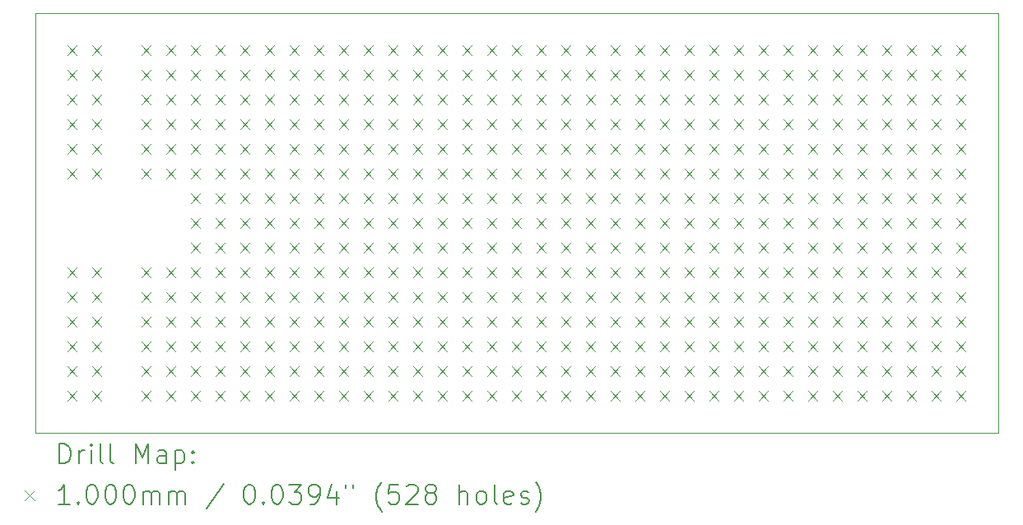
<source format=gbr>
%TF.GenerationSoftware,KiCad,Pcbnew,(6.0.9)*%
%TF.CreationDate,2022-11-21T20:36:19+01:00*%
%TF.ProjectId,PMOD proto board,504d4f44-2070-4726-9f74-6f20626f6172,V1.0*%
%TF.SameCoordinates,Original*%
%TF.FileFunction,Drillmap*%
%TF.FilePolarity,Positive*%
%FSLAX45Y45*%
G04 Gerber Fmt 4.5, Leading zero omitted, Abs format (unit mm)*
G04 Created by KiCad (PCBNEW (6.0.9)) date 2022-11-21 20:36:19*
%MOMM*%
%LPD*%
G01*
G04 APERTURE LIST*
%ADD10C,0.100000*%
%ADD11C,0.200000*%
G04 APERTURE END LIST*
D10*
X16891000Y-14859000D02*
X26797000Y-14859000D01*
X26797000Y-14859000D02*
X26797000Y-10541000D01*
X16891000Y-10541000D02*
X16891000Y-14859000D01*
X26797000Y-10541000D02*
X16891000Y-10541000D01*
D11*
D10*
X17222000Y-10872000D02*
X17322000Y-10972000D01*
X17322000Y-10872000D02*
X17222000Y-10972000D01*
X17222000Y-11126000D02*
X17322000Y-11226000D01*
X17322000Y-11126000D02*
X17222000Y-11226000D01*
X17222000Y-11380000D02*
X17322000Y-11480000D01*
X17322000Y-11380000D02*
X17222000Y-11480000D01*
X17222000Y-11634000D02*
X17322000Y-11734000D01*
X17322000Y-11634000D02*
X17222000Y-11734000D01*
X17222000Y-11888000D02*
X17322000Y-11988000D01*
X17322000Y-11888000D02*
X17222000Y-11988000D01*
X17222000Y-12142000D02*
X17322000Y-12242000D01*
X17322000Y-12142000D02*
X17222000Y-12242000D01*
X17222000Y-13158000D02*
X17322000Y-13258000D01*
X17322000Y-13158000D02*
X17222000Y-13258000D01*
X17222000Y-13412000D02*
X17322000Y-13512000D01*
X17322000Y-13412000D02*
X17222000Y-13512000D01*
X17222000Y-13666000D02*
X17322000Y-13766000D01*
X17322000Y-13666000D02*
X17222000Y-13766000D01*
X17222000Y-13920000D02*
X17322000Y-14020000D01*
X17322000Y-13920000D02*
X17222000Y-14020000D01*
X17222000Y-14174000D02*
X17322000Y-14274000D01*
X17322000Y-14174000D02*
X17222000Y-14274000D01*
X17222000Y-14428000D02*
X17322000Y-14528000D01*
X17322000Y-14428000D02*
X17222000Y-14528000D01*
X17476000Y-10872000D02*
X17576000Y-10972000D01*
X17576000Y-10872000D02*
X17476000Y-10972000D01*
X17476000Y-11126000D02*
X17576000Y-11226000D01*
X17576000Y-11126000D02*
X17476000Y-11226000D01*
X17476000Y-11380000D02*
X17576000Y-11480000D01*
X17576000Y-11380000D02*
X17476000Y-11480000D01*
X17476000Y-11634000D02*
X17576000Y-11734000D01*
X17576000Y-11634000D02*
X17476000Y-11734000D01*
X17476000Y-11888000D02*
X17576000Y-11988000D01*
X17576000Y-11888000D02*
X17476000Y-11988000D01*
X17476000Y-12142000D02*
X17576000Y-12242000D01*
X17576000Y-12142000D02*
X17476000Y-12242000D01*
X17476000Y-13158000D02*
X17576000Y-13258000D01*
X17576000Y-13158000D02*
X17476000Y-13258000D01*
X17476000Y-13412000D02*
X17576000Y-13512000D01*
X17576000Y-13412000D02*
X17476000Y-13512000D01*
X17476000Y-13666000D02*
X17576000Y-13766000D01*
X17576000Y-13666000D02*
X17476000Y-13766000D01*
X17476000Y-13920000D02*
X17576000Y-14020000D01*
X17576000Y-13920000D02*
X17476000Y-14020000D01*
X17476000Y-14174000D02*
X17576000Y-14274000D01*
X17576000Y-14174000D02*
X17476000Y-14274000D01*
X17476000Y-14428000D02*
X17576000Y-14528000D01*
X17576000Y-14428000D02*
X17476000Y-14528000D01*
X17984000Y-10872000D02*
X18084000Y-10972000D01*
X18084000Y-10872000D02*
X17984000Y-10972000D01*
X17984000Y-11126000D02*
X18084000Y-11226000D01*
X18084000Y-11126000D02*
X17984000Y-11226000D01*
X17984000Y-11380000D02*
X18084000Y-11480000D01*
X18084000Y-11380000D02*
X17984000Y-11480000D01*
X17984000Y-11634000D02*
X18084000Y-11734000D01*
X18084000Y-11634000D02*
X17984000Y-11734000D01*
X17984000Y-11888000D02*
X18084000Y-11988000D01*
X18084000Y-11888000D02*
X17984000Y-11988000D01*
X17984000Y-12142000D02*
X18084000Y-12242000D01*
X18084000Y-12142000D02*
X17984000Y-12242000D01*
X17984000Y-13158000D02*
X18084000Y-13258000D01*
X18084000Y-13158000D02*
X17984000Y-13258000D01*
X17984000Y-13412000D02*
X18084000Y-13512000D01*
X18084000Y-13412000D02*
X17984000Y-13512000D01*
X17984000Y-13666000D02*
X18084000Y-13766000D01*
X18084000Y-13666000D02*
X17984000Y-13766000D01*
X17984000Y-13920000D02*
X18084000Y-14020000D01*
X18084000Y-13920000D02*
X17984000Y-14020000D01*
X17984000Y-14174000D02*
X18084000Y-14274000D01*
X18084000Y-14174000D02*
X17984000Y-14274000D01*
X17984000Y-14428000D02*
X18084000Y-14528000D01*
X18084000Y-14428000D02*
X17984000Y-14528000D01*
X18238000Y-10872000D02*
X18338000Y-10972000D01*
X18338000Y-10872000D02*
X18238000Y-10972000D01*
X18238000Y-11126000D02*
X18338000Y-11226000D01*
X18338000Y-11126000D02*
X18238000Y-11226000D01*
X18238000Y-11380000D02*
X18338000Y-11480000D01*
X18338000Y-11380000D02*
X18238000Y-11480000D01*
X18238000Y-11634000D02*
X18338000Y-11734000D01*
X18338000Y-11634000D02*
X18238000Y-11734000D01*
X18238000Y-11888000D02*
X18338000Y-11988000D01*
X18338000Y-11888000D02*
X18238000Y-11988000D01*
X18238000Y-12142000D02*
X18338000Y-12242000D01*
X18338000Y-12142000D02*
X18238000Y-12242000D01*
X18238000Y-13158000D02*
X18338000Y-13258000D01*
X18338000Y-13158000D02*
X18238000Y-13258000D01*
X18238000Y-13412000D02*
X18338000Y-13512000D01*
X18338000Y-13412000D02*
X18238000Y-13512000D01*
X18238000Y-13666000D02*
X18338000Y-13766000D01*
X18338000Y-13666000D02*
X18238000Y-13766000D01*
X18238000Y-13920000D02*
X18338000Y-14020000D01*
X18338000Y-13920000D02*
X18238000Y-14020000D01*
X18238000Y-14174000D02*
X18338000Y-14274000D01*
X18338000Y-14174000D02*
X18238000Y-14274000D01*
X18238000Y-14428000D02*
X18338000Y-14528000D01*
X18338000Y-14428000D02*
X18238000Y-14528000D01*
X18492000Y-10872000D02*
X18592000Y-10972000D01*
X18592000Y-10872000D02*
X18492000Y-10972000D01*
X18492000Y-11126000D02*
X18592000Y-11226000D01*
X18592000Y-11126000D02*
X18492000Y-11226000D01*
X18492000Y-11380000D02*
X18592000Y-11480000D01*
X18592000Y-11380000D02*
X18492000Y-11480000D01*
X18492000Y-11634000D02*
X18592000Y-11734000D01*
X18592000Y-11634000D02*
X18492000Y-11734000D01*
X18492000Y-11888000D02*
X18592000Y-11988000D01*
X18592000Y-11888000D02*
X18492000Y-11988000D01*
X18492000Y-12142000D02*
X18592000Y-12242000D01*
X18592000Y-12142000D02*
X18492000Y-12242000D01*
X18492000Y-12396000D02*
X18592000Y-12496000D01*
X18592000Y-12396000D02*
X18492000Y-12496000D01*
X18492000Y-12650000D02*
X18592000Y-12750000D01*
X18592000Y-12650000D02*
X18492000Y-12750000D01*
X18492000Y-12904000D02*
X18592000Y-13004000D01*
X18592000Y-12904000D02*
X18492000Y-13004000D01*
X18492000Y-13158000D02*
X18592000Y-13258000D01*
X18592000Y-13158000D02*
X18492000Y-13258000D01*
X18492000Y-13412000D02*
X18592000Y-13512000D01*
X18592000Y-13412000D02*
X18492000Y-13512000D01*
X18492000Y-13666000D02*
X18592000Y-13766000D01*
X18592000Y-13666000D02*
X18492000Y-13766000D01*
X18492000Y-13920000D02*
X18592000Y-14020000D01*
X18592000Y-13920000D02*
X18492000Y-14020000D01*
X18492000Y-14174000D02*
X18592000Y-14274000D01*
X18592000Y-14174000D02*
X18492000Y-14274000D01*
X18492000Y-14428000D02*
X18592000Y-14528000D01*
X18592000Y-14428000D02*
X18492000Y-14528000D01*
X18746000Y-10872000D02*
X18846000Y-10972000D01*
X18846000Y-10872000D02*
X18746000Y-10972000D01*
X18746000Y-11126000D02*
X18846000Y-11226000D01*
X18846000Y-11126000D02*
X18746000Y-11226000D01*
X18746000Y-11380000D02*
X18846000Y-11480000D01*
X18846000Y-11380000D02*
X18746000Y-11480000D01*
X18746000Y-11634000D02*
X18846000Y-11734000D01*
X18846000Y-11634000D02*
X18746000Y-11734000D01*
X18746000Y-11888000D02*
X18846000Y-11988000D01*
X18846000Y-11888000D02*
X18746000Y-11988000D01*
X18746000Y-12142000D02*
X18846000Y-12242000D01*
X18846000Y-12142000D02*
X18746000Y-12242000D01*
X18746000Y-12396000D02*
X18846000Y-12496000D01*
X18846000Y-12396000D02*
X18746000Y-12496000D01*
X18746000Y-12650000D02*
X18846000Y-12750000D01*
X18846000Y-12650000D02*
X18746000Y-12750000D01*
X18746000Y-12904000D02*
X18846000Y-13004000D01*
X18846000Y-12904000D02*
X18746000Y-13004000D01*
X18746000Y-13158000D02*
X18846000Y-13258000D01*
X18846000Y-13158000D02*
X18746000Y-13258000D01*
X18746000Y-13412000D02*
X18846000Y-13512000D01*
X18846000Y-13412000D02*
X18746000Y-13512000D01*
X18746000Y-13666000D02*
X18846000Y-13766000D01*
X18846000Y-13666000D02*
X18746000Y-13766000D01*
X18746000Y-13920000D02*
X18846000Y-14020000D01*
X18846000Y-13920000D02*
X18746000Y-14020000D01*
X18746000Y-14174000D02*
X18846000Y-14274000D01*
X18846000Y-14174000D02*
X18746000Y-14274000D01*
X18746000Y-14428000D02*
X18846000Y-14528000D01*
X18846000Y-14428000D02*
X18746000Y-14528000D01*
X19000000Y-10872000D02*
X19100000Y-10972000D01*
X19100000Y-10872000D02*
X19000000Y-10972000D01*
X19000000Y-11126000D02*
X19100000Y-11226000D01*
X19100000Y-11126000D02*
X19000000Y-11226000D01*
X19000000Y-11380000D02*
X19100000Y-11480000D01*
X19100000Y-11380000D02*
X19000000Y-11480000D01*
X19000000Y-11634000D02*
X19100000Y-11734000D01*
X19100000Y-11634000D02*
X19000000Y-11734000D01*
X19000000Y-11888000D02*
X19100000Y-11988000D01*
X19100000Y-11888000D02*
X19000000Y-11988000D01*
X19000000Y-12142000D02*
X19100000Y-12242000D01*
X19100000Y-12142000D02*
X19000000Y-12242000D01*
X19000000Y-12396000D02*
X19100000Y-12496000D01*
X19100000Y-12396000D02*
X19000000Y-12496000D01*
X19000000Y-12650000D02*
X19100000Y-12750000D01*
X19100000Y-12650000D02*
X19000000Y-12750000D01*
X19000000Y-12904000D02*
X19100000Y-13004000D01*
X19100000Y-12904000D02*
X19000000Y-13004000D01*
X19000000Y-13158000D02*
X19100000Y-13258000D01*
X19100000Y-13158000D02*
X19000000Y-13258000D01*
X19000000Y-13412000D02*
X19100000Y-13512000D01*
X19100000Y-13412000D02*
X19000000Y-13512000D01*
X19000000Y-13666000D02*
X19100000Y-13766000D01*
X19100000Y-13666000D02*
X19000000Y-13766000D01*
X19000000Y-13920000D02*
X19100000Y-14020000D01*
X19100000Y-13920000D02*
X19000000Y-14020000D01*
X19000000Y-14174000D02*
X19100000Y-14274000D01*
X19100000Y-14174000D02*
X19000000Y-14274000D01*
X19000000Y-14428000D02*
X19100000Y-14528000D01*
X19100000Y-14428000D02*
X19000000Y-14528000D01*
X19254000Y-10872000D02*
X19354000Y-10972000D01*
X19354000Y-10872000D02*
X19254000Y-10972000D01*
X19254000Y-11126000D02*
X19354000Y-11226000D01*
X19354000Y-11126000D02*
X19254000Y-11226000D01*
X19254000Y-11380000D02*
X19354000Y-11480000D01*
X19354000Y-11380000D02*
X19254000Y-11480000D01*
X19254000Y-11634000D02*
X19354000Y-11734000D01*
X19354000Y-11634000D02*
X19254000Y-11734000D01*
X19254000Y-11888000D02*
X19354000Y-11988000D01*
X19354000Y-11888000D02*
X19254000Y-11988000D01*
X19254000Y-12142000D02*
X19354000Y-12242000D01*
X19354000Y-12142000D02*
X19254000Y-12242000D01*
X19254000Y-12396000D02*
X19354000Y-12496000D01*
X19354000Y-12396000D02*
X19254000Y-12496000D01*
X19254000Y-12650000D02*
X19354000Y-12750000D01*
X19354000Y-12650000D02*
X19254000Y-12750000D01*
X19254000Y-12904000D02*
X19354000Y-13004000D01*
X19354000Y-12904000D02*
X19254000Y-13004000D01*
X19254000Y-13158000D02*
X19354000Y-13258000D01*
X19354000Y-13158000D02*
X19254000Y-13258000D01*
X19254000Y-13412000D02*
X19354000Y-13512000D01*
X19354000Y-13412000D02*
X19254000Y-13512000D01*
X19254000Y-13666000D02*
X19354000Y-13766000D01*
X19354000Y-13666000D02*
X19254000Y-13766000D01*
X19254000Y-13920000D02*
X19354000Y-14020000D01*
X19354000Y-13920000D02*
X19254000Y-14020000D01*
X19254000Y-14174000D02*
X19354000Y-14274000D01*
X19354000Y-14174000D02*
X19254000Y-14274000D01*
X19254000Y-14428000D02*
X19354000Y-14528000D01*
X19354000Y-14428000D02*
X19254000Y-14528000D01*
X19508000Y-10872000D02*
X19608000Y-10972000D01*
X19608000Y-10872000D02*
X19508000Y-10972000D01*
X19508000Y-11126000D02*
X19608000Y-11226000D01*
X19608000Y-11126000D02*
X19508000Y-11226000D01*
X19508000Y-11380000D02*
X19608000Y-11480000D01*
X19608000Y-11380000D02*
X19508000Y-11480000D01*
X19508000Y-11634000D02*
X19608000Y-11734000D01*
X19608000Y-11634000D02*
X19508000Y-11734000D01*
X19508000Y-11888000D02*
X19608000Y-11988000D01*
X19608000Y-11888000D02*
X19508000Y-11988000D01*
X19508000Y-12142000D02*
X19608000Y-12242000D01*
X19608000Y-12142000D02*
X19508000Y-12242000D01*
X19508000Y-12396000D02*
X19608000Y-12496000D01*
X19608000Y-12396000D02*
X19508000Y-12496000D01*
X19508000Y-12650000D02*
X19608000Y-12750000D01*
X19608000Y-12650000D02*
X19508000Y-12750000D01*
X19508000Y-12904000D02*
X19608000Y-13004000D01*
X19608000Y-12904000D02*
X19508000Y-13004000D01*
X19508000Y-13158000D02*
X19608000Y-13258000D01*
X19608000Y-13158000D02*
X19508000Y-13258000D01*
X19508000Y-13412000D02*
X19608000Y-13512000D01*
X19608000Y-13412000D02*
X19508000Y-13512000D01*
X19508000Y-13666000D02*
X19608000Y-13766000D01*
X19608000Y-13666000D02*
X19508000Y-13766000D01*
X19508000Y-13920000D02*
X19608000Y-14020000D01*
X19608000Y-13920000D02*
X19508000Y-14020000D01*
X19508000Y-14174000D02*
X19608000Y-14274000D01*
X19608000Y-14174000D02*
X19508000Y-14274000D01*
X19508000Y-14428000D02*
X19608000Y-14528000D01*
X19608000Y-14428000D02*
X19508000Y-14528000D01*
X19762000Y-10872000D02*
X19862000Y-10972000D01*
X19862000Y-10872000D02*
X19762000Y-10972000D01*
X19762000Y-11126000D02*
X19862000Y-11226000D01*
X19862000Y-11126000D02*
X19762000Y-11226000D01*
X19762000Y-11380000D02*
X19862000Y-11480000D01*
X19862000Y-11380000D02*
X19762000Y-11480000D01*
X19762000Y-11634000D02*
X19862000Y-11734000D01*
X19862000Y-11634000D02*
X19762000Y-11734000D01*
X19762000Y-11888000D02*
X19862000Y-11988000D01*
X19862000Y-11888000D02*
X19762000Y-11988000D01*
X19762000Y-12142000D02*
X19862000Y-12242000D01*
X19862000Y-12142000D02*
X19762000Y-12242000D01*
X19762000Y-12396000D02*
X19862000Y-12496000D01*
X19862000Y-12396000D02*
X19762000Y-12496000D01*
X19762000Y-12650000D02*
X19862000Y-12750000D01*
X19862000Y-12650000D02*
X19762000Y-12750000D01*
X19762000Y-12904000D02*
X19862000Y-13004000D01*
X19862000Y-12904000D02*
X19762000Y-13004000D01*
X19762000Y-13158000D02*
X19862000Y-13258000D01*
X19862000Y-13158000D02*
X19762000Y-13258000D01*
X19762000Y-13412000D02*
X19862000Y-13512000D01*
X19862000Y-13412000D02*
X19762000Y-13512000D01*
X19762000Y-13666000D02*
X19862000Y-13766000D01*
X19862000Y-13666000D02*
X19762000Y-13766000D01*
X19762000Y-13920000D02*
X19862000Y-14020000D01*
X19862000Y-13920000D02*
X19762000Y-14020000D01*
X19762000Y-14174000D02*
X19862000Y-14274000D01*
X19862000Y-14174000D02*
X19762000Y-14274000D01*
X19762000Y-14428000D02*
X19862000Y-14528000D01*
X19862000Y-14428000D02*
X19762000Y-14528000D01*
X20016000Y-10872000D02*
X20116000Y-10972000D01*
X20116000Y-10872000D02*
X20016000Y-10972000D01*
X20016000Y-11126000D02*
X20116000Y-11226000D01*
X20116000Y-11126000D02*
X20016000Y-11226000D01*
X20016000Y-11380000D02*
X20116000Y-11480000D01*
X20116000Y-11380000D02*
X20016000Y-11480000D01*
X20016000Y-11634000D02*
X20116000Y-11734000D01*
X20116000Y-11634000D02*
X20016000Y-11734000D01*
X20016000Y-11888000D02*
X20116000Y-11988000D01*
X20116000Y-11888000D02*
X20016000Y-11988000D01*
X20016000Y-12142000D02*
X20116000Y-12242000D01*
X20116000Y-12142000D02*
X20016000Y-12242000D01*
X20016000Y-12396000D02*
X20116000Y-12496000D01*
X20116000Y-12396000D02*
X20016000Y-12496000D01*
X20016000Y-12650000D02*
X20116000Y-12750000D01*
X20116000Y-12650000D02*
X20016000Y-12750000D01*
X20016000Y-12904000D02*
X20116000Y-13004000D01*
X20116000Y-12904000D02*
X20016000Y-13004000D01*
X20016000Y-13158000D02*
X20116000Y-13258000D01*
X20116000Y-13158000D02*
X20016000Y-13258000D01*
X20016000Y-13412000D02*
X20116000Y-13512000D01*
X20116000Y-13412000D02*
X20016000Y-13512000D01*
X20016000Y-13666000D02*
X20116000Y-13766000D01*
X20116000Y-13666000D02*
X20016000Y-13766000D01*
X20016000Y-13920000D02*
X20116000Y-14020000D01*
X20116000Y-13920000D02*
X20016000Y-14020000D01*
X20016000Y-14174000D02*
X20116000Y-14274000D01*
X20116000Y-14174000D02*
X20016000Y-14274000D01*
X20016000Y-14428000D02*
X20116000Y-14528000D01*
X20116000Y-14428000D02*
X20016000Y-14528000D01*
X20270000Y-10872000D02*
X20370000Y-10972000D01*
X20370000Y-10872000D02*
X20270000Y-10972000D01*
X20270000Y-11126000D02*
X20370000Y-11226000D01*
X20370000Y-11126000D02*
X20270000Y-11226000D01*
X20270000Y-11380000D02*
X20370000Y-11480000D01*
X20370000Y-11380000D02*
X20270000Y-11480000D01*
X20270000Y-11634000D02*
X20370000Y-11734000D01*
X20370000Y-11634000D02*
X20270000Y-11734000D01*
X20270000Y-11888000D02*
X20370000Y-11988000D01*
X20370000Y-11888000D02*
X20270000Y-11988000D01*
X20270000Y-12142000D02*
X20370000Y-12242000D01*
X20370000Y-12142000D02*
X20270000Y-12242000D01*
X20270000Y-12396000D02*
X20370000Y-12496000D01*
X20370000Y-12396000D02*
X20270000Y-12496000D01*
X20270000Y-12650000D02*
X20370000Y-12750000D01*
X20370000Y-12650000D02*
X20270000Y-12750000D01*
X20270000Y-12904000D02*
X20370000Y-13004000D01*
X20370000Y-12904000D02*
X20270000Y-13004000D01*
X20270000Y-13158000D02*
X20370000Y-13258000D01*
X20370000Y-13158000D02*
X20270000Y-13258000D01*
X20270000Y-13412000D02*
X20370000Y-13512000D01*
X20370000Y-13412000D02*
X20270000Y-13512000D01*
X20270000Y-13666000D02*
X20370000Y-13766000D01*
X20370000Y-13666000D02*
X20270000Y-13766000D01*
X20270000Y-13920000D02*
X20370000Y-14020000D01*
X20370000Y-13920000D02*
X20270000Y-14020000D01*
X20270000Y-14174000D02*
X20370000Y-14274000D01*
X20370000Y-14174000D02*
X20270000Y-14274000D01*
X20270000Y-14428000D02*
X20370000Y-14528000D01*
X20370000Y-14428000D02*
X20270000Y-14528000D01*
X20524000Y-10872000D02*
X20624000Y-10972000D01*
X20624000Y-10872000D02*
X20524000Y-10972000D01*
X20524000Y-11126000D02*
X20624000Y-11226000D01*
X20624000Y-11126000D02*
X20524000Y-11226000D01*
X20524000Y-11380000D02*
X20624000Y-11480000D01*
X20624000Y-11380000D02*
X20524000Y-11480000D01*
X20524000Y-11634000D02*
X20624000Y-11734000D01*
X20624000Y-11634000D02*
X20524000Y-11734000D01*
X20524000Y-11888000D02*
X20624000Y-11988000D01*
X20624000Y-11888000D02*
X20524000Y-11988000D01*
X20524000Y-12142000D02*
X20624000Y-12242000D01*
X20624000Y-12142000D02*
X20524000Y-12242000D01*
X20524000Y-12396000D02*
X20624000Y-12496000D01*
X20624000Y-12396000D02*
X20524000Y-12496000D01*
X20524000Y-12650000D02*
X20624000Y-12750000D01*
X20624000Y-12650000D02*
X20524000Y-12750000D01*
X20524000Y-12904000D02*
X20624000Y-13004000D01*
X20624000Y-12904000D02*
X20524000Y-13004000D01*
X20524000Y-13158000D02*
X20624000Y-13258000D01*
X20624000Y-13158000D02*
X20524000Y-13258000D01*
X20524000Y-13412000D02*
X20624000Y-13512000D01*
X20624000Y-13412000D02*
X20524000Y-13512000D01*
X20524000Y-13666000D02*
X20624000Y-13766000D01*
X20624000Y-13666000D02*
X20524000Y-13766000D01*
X20524000Y-13920000D02*
X20624000Y-14020000D01*
X20624000Y-13920000D02*
X20524000Y-14020000D01*
X20524000Y-14174000D02*
X20624000Y-14274000D01*
X20624000Y-14174000D02*
X20524000Y-14274000D01*
X20524000Y-14428000D02*
X20624000Y-14528000D01*
X20624000Y-14428000D02*
X20524000Y-14528000D01*
X20778000Y-10872000D02*
X20878000Y-10972000D01*
X20878000Y-10872000D02*
X20778000Y-10972000D01*
X20778000Y-11126000D02*
X20878000Y-11226000D01*
X20878000Y-11126000D02*
X20778000Y-11226000D01*
X20778000Y-11380000D02*
X20878000Y-11480000D01*
X20878000Y-11380000D02*
X20778000Y-11480000D01*
X20778000Y-11634000D02*
X20878000Y-11734000D01*
X20878000Y-11634000D02*
X20778000Y-11734000D01*
X20778000Y-11888000D02*
X20878000Y-11988000D01*
X20878000Y-11888000D02*
X20778000Y-11988000D01*
X20778000Y-12142000D02*
X20878000Y-12242000D01*
X20878000Y-12142000D02*
X20778000Y-12242000D01*
X20778000Y-12396000D02*
X20878000Y-12496000D01*
X20878000Y-12396000D02*
X20778000Y-12496000D01*
X20778000Y-12650000D02*
X20878000Y-12750000D01*
X20878000Y-12650000D02*
X20778000Y-12750000D01*
X20778000Y-12904000D02*
X20878000Y-13004000D01*
X20878000Y-12904000D02*
X20778000Y-13004000D01*
X20778000Y-13158000D02*
X20878000Y-13258000D01*
X20878000Y-13158000D02*
X20778000Y-13258000D01*
X20778000Y-13412000D02*
X20878000Y-13512000D01*
X20878000Y-13412000D02*
X20778000Y-13512000D01*
X20778000Y-13666000D02*
X20878000Y-13766000D01*
X20878000Y-13666000D02*
X20778000Y-13766000D01*
X20778000Y-13920000D02*
X20878000Y-14020000D01*
X20878000Y-13920000D02*
X20778000Y-14020000D01*
X20778000Y-14174000D02*
X20878000Y-14274000D01*
X20878000Y-14174000D02*
X20778000Y-14274000D01*
X20778000Y-14428000D02*
X20878000Y-14528000D01*
X20878000Y-14428000D02*
X20778000Y-14528000D01*
X21032000Y-10872000D02*
X21132000Y-10972000D01*
X21132000Y-10872000D02*
X21032000Y-10972000D01*
X21032000Y-11126000D02*
X21132000Y-11226000D01*
X21132000Y-11126000D02*
X21032000Y-11226000D01*
X21032000Y-11380000D02*
X21132000Y-11480000D01*
X21132000Y-11380000D02*
X21032000Y-11480000D01*
X21032000Y-11634000D02*
X21132000Y-11734000D01*
X21132000Y-11634000D02*
X21032000Y-11734000D01*
X21032000Y-11888000D02*
X21132000Y-11988000D01*
X21132000Y-11888000D02*
X21032000Y-11988000D01*
X21032000Y-12142000D02*
X21132000Y-12242000D01*
X21132000Y-12142000D02*
X21032000Y-12242000D01*
X21032000Y-12396000D02*
X21132000Y-12496000D01*
X21132000Y-12396000D02*
X21032000Y-12496000D01*
X21032000Y-12650000D02*
X21132000Y-12750000D01*
X21132000Y-12650000D02*
X21032000Y-12750000D01*
X21032000Y-12904000D02*
X21132000Y-13004000D01*
X21132000Y-12904000D02*
X21032000Y-13004000D01*
X21032000Y-13158000D02*
X21132000Y-13258000D01*
X21132000Y-13158000D02*
X21032000Y-13258000D01*
X21032000Y-13412000D02*
X21132000Y-13512000D01*
X21132000Y-13412000D02*
X21032000Y-13512000D01*
X21032000Y-13666000D02*
X21132000Y-13766000D01*
X21132000Y-13666000D02*
X21032000Y-13766000D01*
X21032000Y-13920000D02*
X21132000Y-14020000D01*
X21132000Y-13920000D02*
X21032000Y-14020000D01*
X21032000Y-14174000D02*
X21132000Y-14274000D01*
X21132000Y-14174000D02*
X21032000Y-14274000D01*
X21032000Y-14428000D02*
X21132000Y-14528000D01*
X21132000Y-14428000D02*
X21032000Y-14528000D01*
X21286000Y-10872000D02*
X21386000Y-10972000D01*
X21386000Y-10872000D02*
X21286000Y-10972000D01*
X21286000Y-11126000D02*
X21386000Y-11226000D01*
X21386000Y-11126000D02*
X21286000Y-11226000D01*
X21286000Y-11380000D02*
X21386000Y-11480000D01*
X21386000Y-11380000D02*
X21286000Y-11480000D01*
X21286000Y-11634000D02*
X21386000Y-11734000D01*
X21386000Y-11634000D02*
X21286000Y-11734000D01*
X21286000Y-11888000D02*
X21386000Y-11988000D01*
X21386000Y-11888000D02*
X21286000Y-11988000D01*
X21286000Y-12142000D02*
X21386000Y-12242000D01*
X21386000Y-12142000D02*
X21286000Y-12242000D01*
X21286000Y-12396000D02*
X21386000Y-12496000D01*
X21386000Y-12396000D02*
X21286000Y-12496000D01*
X21286000Y-12650000D02*
X21386000Y-12750000D01*
X21386000Y-12650000D02*
X21286000Y-12750000D01*
X21286000Y-12904000D02*
X21386000Y-13004000D01*
X21386000Y-12904000D02*
X21286000Y-13004000D01*
X21286000Y-13158000D02*
X21386000Y-13258000D01*
X21386000Y-13158000D02*
X21286000Y-13258000D01*
X21286000Y-13412000D02*
X21386000Y-13512000D01*
X21386000Y-13412000D02*
X21286000Y-13512000D01*
X21286000Y-13666000D02*
X21386000Y-13766000D01*
X21386000Y-13666000D02*
X21286000Y-13766000D01*
X21286000Y-13920000D02*
X21386000Y-14020000D01*
X21386000Y-13920000D02*
X21286000Y-14020000D01*
X21286000Y-14174000D02*
X21386000Y-14274000D01*
X21386000Y-14174000D02*
X21286000Y-14274000D01*
X21286000Y-14428000D02*
X21386000Y-14528000D01*
X21386000Y-14428000D02*
X21286000Y-14528000D01*
X21540000Y-10872000D02*
X21640000Y-10972000D01*
X21640000Y-10872000D02*
X21540000Y-10972000D01*
X21540000Y-11126000D02*
X21640000Y-11226000D01*
X21640000Y-11126000D02*
X21540000Y-11226000D01*
X21540000Y-11380000D02*
X21640000Y-11480000D01*
X21640000Y-11380000D02*
X21540000Y-11480000D01*
X21540000Y-11634000D02*
X21640000Y-11734000D01*
X21640000Y-11634000D02*
X21540000Y-11734000D01*
X21540000Y-11888000D02*
X21640000Y-11988000D01*
X21640000Y-11888000D02*
X21540000Y-11988000D01*
X21540000Y-12142000D02*
X21640000Y-12242000D01*
X21640000Y-12142000D02*
X21540000Y-12242000D01*
X21540000Y-12396000D02*
X21640000Y-12496000D01*
X21640000Y-12396000D02*
X21540000Y-12496000D01*
X21540000Y-12650000D02*
X21640000Y-12750000D01*
X21640000Y-12650000D02*
X21540000Y-12750000D01*
X21540000Y-12904000D02*
X21640000Y-13004000D01*
X21640000Y-12904000D02*
X21540000Y-13004000D01*
X21540000Y-13158000D02*
X21640000Y-13258000D01*
X21640000Y-13158000D02*
X21540000Y-13258000D01*
X21540000Y-13412000D02*
X21640000Y-13512000D01*
X21640000Y-13412000D02*
X21540000Y-13512000D01*
X21540000Y-13666000D02*
X21640000Y-13766000D01*
X21640000Y-13666000D02*
X21540000Y-13766000D01*
X21540000Y-13920000D02*
X21640000Y-14020000D01*
X21640000Y-13920000D02*
X21540000Y-14020000D01*
X21540000Y-14174000D02*
X21640000Y-14274000D01*
X21640000Y-14174000D02*
X21540000Y-14274000D01*
X21540000Y-14428000D02*
X21640000Y-14528000D01*
X21640000Y-14428000D02*
X21540000Y-14528000D01*
X21794000Y-10872000D02*
X21894000Y-10972000D01*
X21894000Y-10872000D02*
X21794000Y-10972000D01*
X21794000Y-11126000D02*
X21894000Y-11226000D01*
X21894000Y-11126000D02*
X21794000Y-11226000D01*
X21794000Y-11380000D02*
X21894000Y-11480000D01*
X21894000Y-11380000D02*
X21794000Y-11480000D01*
X21794000Y-11634000D02*
X21894000Y-11734000D01*
X21894000Y-11634000D02*
X21794000Y-11734000D01*
X21794000Y-11888000D02*
X21894000Y-11988000D01*
X21894000Y-11888000D02*
X21794000Y-11988000D01*
X21794000Y-12142000D02*
X21894000Y-12242000D01*
X21894000Y-12142000D02*
X21794000Y-12242000D01*
X21794000Y-12396000D02*
X21894000Y-12496000D01*
X21894000Y-12396000D02*
X21794000Y-12496000D01*
X21794000Y-12650000D02*
X21894000Y-12750000D01*
X21894000Y-12650000D02*
X21794000Y-12750000D01*
X21794000Y-12904000D02*
X21894000Y-13004000D01*
X21894000Y-12904000D02*
X21794000Y-13004000D01*
X21794000Y-13158000D02*
X21894000Y-13258000D01*
X21894000Y-13158000D02*
X21794000Y-13258000D01*
X21794000Y-13412000D02*
X21894000Y-13512000D01*
X21894000Y-13412000D02*
X21794000Y-13512000D01*
X21794000Y-13666000D02*
X21894000Y-13766000D01*
X21894000Y-13666000D02*
X21794000Y-13766000D01*
X21794000Y-13920000D02*
X21894000Y-14020000D01*
X21894000Y-13920000D02*
X21794000Y-14020000D01*
X21794000Y-14174000D02*
X21894000Y-14274000D01*
X21894000Y-14174000D02*
X21794000Y-14274000D01*
X21794000Y-14428000D02*
X21894000Y-14528000D01*
X21894000Y-14428000D02*
X21794000Y-14528000D01*
X22048000Y-10872000D02*
X22148000Y-10972000D01*
X22148000Y-10872000D02*
X22048000Y-10972000D01*
X22048000Y-11126000D02*
X22148000Y-11226000D01*
X22148000Y-11126000D02*
X22048000Y-11226000D01*
X22048000Y-11380000D02*
X22148000Y-11480000D01*
X22148000Y-11380000D02*
X22048000Y-11480000D01*
X22048000Y-11634000D02*
X22148000Y-11734000D01*
X22148000Y-11634000D02*
X22048000Y-11734000D01*
X22048000Y-11888000D02*
X22148000Y-11988000D01*
X22148000Y-11888000D02*
X22048000Y-11988000D01*
X22048000Y-12142000D02*
X22148000Y-12242000D01*
X22148000Y-12142000D02*
X22048000Y-12242000D01*
X22048000Y-12396000D02*
X22148000Y-12496000D01*
X22148000Y-12396000D02*
X22048000Y-12496000D01*
X22048000Y-12650000D02*
X22148000Y-12750000D01*
X22148000Y-12650000D02*
X22048000Y-12750000D01*
X22048000Y-12904000D02*
X22148000Y-13004000D01*
X22148000Y-12904000D02*
X22048000Y-13004000D01*
X22048000Y-13158000D02*
X22148000Y-13258000D01*
X22148000Y-13158000D02*
X22048000Y-13258000D01*
X22048000Y-13412000D02*
X22148000Y-13512000D01*
X22148000Y-13412000D02*
X22048000Y-13512000D01*
X22048000Y-13666000D02*
X22148000Y-13766000D01*
X22148000Y-13666000D02*
X22048000Y-13766000D01*
X22048000Y-13920000D02*
X22148000Y-14020000D01*
X22148000Y-13920000D02*
X22048000Y-14020000D01*
X22048000Y-14174000D02*
X22148000Y-14274000D01*
X22148000Y-14174000D02*
X22048000Y-14274000D01*
X22048000Y-14428000D02*
X22148000Y-14528000D01*
X22148000Y-14428000D02*
X22048000Y-14528000D01*
X22302000Y-10872000D02*
X22402000Y-10972000D01*
X22402000Y-10872000D02*
X22302000Y-10972000D01*
X22302000Y-11126000D02*
X22402000Y-11226000D01*
X22402000Y-11126000D02*
X22302000Y-11226000D01*
X22302000Y-11380000D02*
X22402000Y-11480000D01*
X22402000Y-11380000D02*
X22302000Y-11480000D01*
X22302000Y-11634000D02*
X22402000Y-11734000D01*
X22402000Y-11634000D02*
X22302000Y-11734000D01*
X22302000Y-11888000D02*
X22402000Y-11988000D01*
X22402000Y-11888000D02*
X22302000Y-11988000D01*
X22302000Y-12142000D02*
X22402000Y-12242000D01*
X22402000Y-12142000D02*
X22302000Y-12242000D01*
X22302000Y-12396000D02*
X22402000Y-12496000D01*
X22402000Y-12396000D02*
X22302000Y-12496000D01*
X22302000Y-12650000D02*
X22402000Y-12750000D01*
X22402000Y-12650000D02*
X22302000Y-12750000D01*
X22302000Y-12904000D02*
X22402000Y-13004000D01*
X22402000Y-12904000D02*
X22302000Y-13004000D01*
X22302000Y-13158000D02*
X22402000Y-13258000D01*
X22402000Y-13158000D02*
X22302000Y-13258000D01*
X22302000Y-13412000D02*
X22402000Y-13512000D01*
X22402000Y-13412000D02*
X22302000Y-13512000D01*
X22302000Y-13666000D02*
X22402000Y-13766000D01*
X22402000Y-13666000D02*
X22302000Y-13766000D01*
X22302000Y-13920000D02*
X22402000Y-14020000D01*
X22402000Y-13920000D02*
X22302000Y-14020000D01*
X22302000Y-14174000D02*
X22402000Y-14274000D01*
X22402000Y-14174000D02*
X22302000Y-14274000D01*
X22302000Y-14428000D02*
X22402000Y-14528000D01*
X22402000Y-14428000D02*
X22302000Y-14528000D01*
X22556000Y-10872000D02*
X22656000Y-10972000D01*
X22656000Y-10872000D02*
X22556000Y-10972000D01*
X22556000Y-11126000D02*
X22656000Y-11226000D01*
X22656000Y-11126000D02*
X22556000Y-11226000D01*
X22556000Y-11380000D02*
X22656000Y-11480000D01*
X22656000Y-11380000D02*
X22556000Y-11480000D01*
X22556000Y-11634000D02*
X22656000Y-11734000D01*
X22656000Y-11634000D02*
X22556000Y-11734000D01*
X22556000Y-11888000D02*
X22656000Y-11988000D01*
X22656000Y-11888000D02*
X22556000Y-11988000D01*
X22556000Y-12142000D02*
X22656000Y-12242000D01*
X22656000Y-12142000D02*
X22556000Y-12242000D01*
X22556000Y-12396000D02*
X22656000Y-12496000D01*
X22656000Y-12396000D02*
X22556000Y-12496000D01*
X22556000Y-12650000D02*
X22656000Y-12750000D01*
X22656000Y-12650000D02*
X22556000Y-12750000D01*
X22556000Y-12904000D02*
X22656000Y-13004000D01*
X22656000Y-12904000D02*
X22556000Y-13004000D01*
X22556000Y-13158000D02*
X22656000Y-13258000D01*
X22656000Y-13158000D02*
X22556000Y-13258000D01*
X22556000Y-13412000D02*
X22656000Y-13512000D01*
X22656000Y-13412000D02*
X22556000Y-13512000D01*
X22556000Y-13666000D02*
X22656000Y-13766000D01*
X22656000Y-13666000D02*
X22556000Y-13766000D01*
X22556000Y-13920000D02*
X22656000Y-14020000D01*
X22656000Y-13920000D02*
X22556000Y-14020000D01*
X22556000Y-14174000D02*
X22656000Y-14274000D01*
X22656000Y-14174000D02*
X22556000Y-14274000D01*
X22556000Y-14428000D02*
X22656000Y-14528000D01*
X22656000Y-14428000D02*
X22556000Y-14528000D01*
X22810000Y-10872000D02*
X22910000Y-10972000D01*
X22910000Y-10872000D02*
X22810000Y-10972000D01*
X22810000Y-11126000D02*
X22910000Y-11226000D01*
X22910000Y-11126000D02*
X22810000Y-11226000D01*
X22810000Y-11380000D02*
X22910000Y-11480000D01*
X22910000Y-11380000D02*
X22810000Y-11480000D01*
X22810000Y-11634000D02*
X22910000Y-11734000D01*
X22910000Y-11634000D02*
X22810000Y-11734000D01*
X22810000Y-11888000D02*
X22910000Y-11988000D01*
X22910000Y-11888000D02*
X22810000Y-11988000D01*
X22810000Y-12142000D02*
X22910000Y-12242000D01*
X22910000Y-12142000D02*
X22810000Y-12242000D01*
X22810000Y-12396000D02*
X22910000Y-12496000D01*
X22910000Y-12396000D02*
X22810000Y-12496000D01*
X22810000Y-12650000D02*
X22910000Y-12750000D01*
X22910000Y-12650000D02*
X22810000Y-12750000D01*
X22810000Y-12904000D02*
X22910000Y-13004000D01*
X22910000Y-12904000D02*
X22810000Y-13004000D01*
X22810000Y-13158000D02*
X22910000Y-13258000D01*
X22910000Y-13158000D02*
X22810000Y-13258000D01*
X22810000Y-13412000D02*
X22910000Y-13512000D01*
X22910000Y-13412000D02*
X22810000Y-13512000D01*
X22810000Y-13666000D02*
X22910000Y-13766000D01*
X22910000Y-13666000D02*
X22810000Y-13766000D01*
X22810000Y-13920000D02*
X22910000Y-14020000D01*
X22910000Y-13920000D02*
X22810000Y-14020000D01*
X22810000Y-14174000D02*
X22910000Y-14274000D01*
X22910000Y-14174000D02*
X22810000Y-14274000D01*
X22810000Y-14428000D02*
X22910000Y-14528000D01*
X22910000Y-14428000D02*
X22810000Y-14528000D01*
X23064000Y-10872000D02*
X23164000Y-10972000D01*
X23164000Y-10872000D02*
X23064000Y-10972000D01*
X23064000Y-11126000D02*
X23164000Y-11226000D01*
X23164000Y-11126000D02*
X23064000Y-11226000D01*
X23064000Y-11380000D02*
X23164000Y-11480000D01*
X23164000Y-11380000D02*
X23064000Y-11480000D01*
X23064000Y-11634000D02*
X23164000Y-11734000D01*
X23164000Y-11634000D02*
X23064000Y-11734000D01*
X23064000Y-11888000D02*
X23164000Y-11988000D01*
X23164000Y-11888000D02*
X23064000Y-11988000D01*
X23064000Y-12142000D02*
X23164000Y-12242000D01*
X23164000Y-12142000D02*
X23064000Y-12242000D01*
X23064000Y-12396000D02*
X23164000Y-12496000D01*
X23164000Y-12396000D02*
X23064000Y-12496000D01*
X23064000Y-12650000D02*
X23164000Y-12750000D01*
X23164000Y-12650000D02*
X23064000Y-12750000D01*
X23064000Y-12904000D02*
X23164000Y-13004000D01*
X23164000Y-12904000D02*
X23064000Y-13004000D01*
X23064000Y-13158000D02*
X23164000Y-13258000D01*
X23164000Y-13158000D02*
X23064000Y-13258000D01*
X23064000Y-13412000D02*
X23164000Y-13512000D01*
X23164000Y-13412000D02*
X23064000Y-13512000D01*
X23064000Y-13666000D02*
X23164000Y-13766000D01*
X23164000Y-13666000D02*
X23064000Y-13766000D01*
X23064000Y-13920000D02*
X23164000Y-14020000D01*
X23164000Y-13920000D02*
X23064000Y-14020000D01*
X23064000Y-14174000D02*
X23164000Y-14274000D01*
X23164000Y-14174000D02*
X23064000Y-14274000D01*
X23064000Y-14428000D02*
X23164000Y-14528000D01*
X23164000Y-14428000D02*
X23064000Y-14528000D01*
X23318000Y-10872000D02*
X23418000Y-10972000D01*
X23418000Y-10872000D02*
X23318000Y-10972000D01*
X23318000Y-11126000D02*
X23418000Y-11226000D01*
X23418000Y-11126000D02*
X23318000Y-11226000D01*
X23318000Y-11380000D02*
X23418000Y-11480000D01*
X23418000Y-11380000D02*
X23318000Y-11480000D01*
X23318000Y-11634000D02*
X23418000Y-11734000D01*
X23418000Y-11634000D02*
X23318000Y-11734000D01*
X23318000Y-11888000D02*
X23418000Y-11988000D01*
X23418000Y-11888000D02*
X23318000Y-11988000D01*
X23318000Y-12142000D02*
X23418000Y-12242000D01*
X23418000Y-12142000D02*
X23318000Y-12242000D01*
X23318000Y-12396000D02*
X23418000Y-12496000D01*
X23418000Y-12396000D02*
X23318000Y-12496000D01*
X23318000Y-12650000D02*
X23418000Y-12750000D01*
X23418000Y-12650000D02*
X23318000Y-12750000D01*
X23318000Y-12904000D02*
X23418000Y-13004000D01*
X23418000Y-12904000D02*
X23318000Y-13004000D01*
X23318000Y-13158000D02*
X23418000Y-13258000D01*
X23418000Y-13158000D02*
X23318000Y-13258000D01*
X23318000Y-13412000D02*
X23418000Y-13512000D01*
X23418000Y-13412000D02*
X23318000Y-13512000D01*
X23318000Y-13666000D02*
X23418000Y-13766000D01*
X23418000Y-13666000D02*
X23318000Y-13766000D01*
X23318000Y-13920000D02*
X23418000Y-14020000D01*
X23418000Y-13920000D02*
X23318000Y-14020000D01*
X23318000Y-14174000D02*
X23418000Y-14274000D01*
X23418000Y-14174000D02*
X23318000Y-14274000D01*
X23318000Y-14428000D02*
X23418000Y-14528000D01*
X23418000Y-14428000D02*
X23318000Y-14528000D01*
X23572000Y-10872000D02*
X23672000Y-10972000D01*
X23672000Y-10872000D02*
X23572000Y-10972000D01*
X23572000Y-11126000D02*
X23672000Y-11226000D01*
X23672000Y-11126000D02*
X23572000Y-11226000D01*
X23572000Y-11380000D02*
X23672000Y-11480000D01*
X23672000Y-11380000D02*
X23572000Y-11480000D01*
X23572000Y-11634000D02*
X23672000Y-11734000D01*
X23672000Y-11634000D02*
X23572000Y-11734000D01*
X23572000Y-11888000D02*
X23672000Y-11988000D01*
X23672000Y-11888000D02*
X23572000Y-11988000D01*
X23572000Y-12142000D02*
X23672000Y-12242000D01*
X23672000Y-12142000D02*
X23572000Y-12242000D01*
X23572000Y-12396000D02*
X23672000Y-12496000D01*
X23672000Y-12396000D02*
X23572000Y-12496000D01*
X23572000Y-12650000D02*
X23672000Y-12750000D01*
X23672000Y-12650000D02*
X23572000Y-12750000D01*
X23572000Y-12904000D02*
X23672000Y-13004000D01*
X23672000Y-12904000D02*
X23572000Y-13004000D01*
X23572000Y-13158000D02*
X23672000Y-13258000D01*
X23672000Y-13158000D02*
X23572000Y-13258000D01*
X23572000Y-13412000D02*
X23672000Y-13512000D01*
X23672000Y-13412000D02*
X23572000Y-13512000D01*
X23572000Y-13666000D02*
X23672000Y-13766000D01*
X23672000Y-13666000D02*
X23572000Y-13766000D01*
X23572000Y-13920000D02*
X23672000Y-14020000D01*
X23672000Y-13920000D02*
X23572000Y-14020000D01*
X23572000Y-14174000D02*
X23672000Y-14274000D01*
X23672000Y-14174000D02*
X23572000Y-14274000D01*
X23572000Y-14428000D02*
X23672000Y-14528000D01*
X23672000Y-14428000D02*
X23572000Y-14528000D01*
X23826000Y-10872000D02*
X23926000Y-10972000D01*
X23926000Y-10872000D02*
X23826000Y-10972000D01*
X23826000Y-11126000D02*
X23926000Y-11226000D01*
X23926000Y-11126000D02*
X23826000Y-11226000D01*
X23826000Y-11380000D02*
X23926000Y-11480000D01*
X23926000Y-11380000D02*
X23826000Y-11480000D01*
X23826000Y-11634000D02*
X23926000Y-11734000D01*
X23926000Y-11634000D02*
X23826000Y-11734000D01*
X23826000Y-11888000D02*
X23926000Y-11988000D01*
X23926000Y-11888000D02*
X23826000Y-11988000D01*
X23826000Y-12142000D02*
X23926000Y-12242000D01*
X23926000Y-12142000D02*
X23826000Y-12242000D01*
X23826000Y-12396000D02*
X23926000Y-12496000D01*
X23926000Y-12396000D02*
X23826000Y-12496000D01*
X23826000Y-12650000D02*
X23926000Y-12750000D01*
X23926000Y-12650000D02*
X23826000Y-12750000D01*
X23826000Y-12904000D02*
X23926000Y-13004000D01*
X23926000Y-12904000D02*
X23826000Y-13004000D01*
X23826000Y-13158000D02*
X23926000Y-13258000D01*
X23926000Y-13158000D02*
X23826000Y-13258000D01*
X23826000Y-13412000D02*
X23926000Y-13512000D01*
X23926000Y-13412000D02*
X23826000Y-13512000D01*
X23826000Y-13666000D02*
X23926000Y-13766000D01*
X23926000Y-13666000D02*
X23826000Y-13766000D01*
X23826000Y-13920000D02*
X23926000Y-14020000D01*
X23926000Y-13920000D02*
X23826000Y-14020000D01*
X23826000Y-14174000D02*
X23926000Y-14274000D01*
X23926000Y-14174000D02*
X23826000Y-14274000D01*
X23826000Y-14428000D02*
X23926000Y-14528000D01*
X23926000Y-14428000D02*
X23826000Y-14528000D01*
X24080000Y-10872000D02*
X24180000Y-10972000D01*
X24180000Y-10872000D02*
X24080000Y-10972000D01*
X24080000Y-11126000D02*
X24180000Y-11226000D01*
X24180000Y-11126000D02*
X24080000Y-11226000D01*
X24080000Y-11380000D02*
X24180000Y-11480000D01*
X24180000Y-11380000D02*
X24080000Y-11480000D01*
X24080000Y-11634000D02*
X24180000Y-11734000D01*
X24180000Y-11634000D02*
X24080000Y-11734000D01*
X24080000Y-11888000D02*
X24180000Y-11988000D01*
X24180000Y-11888000D02*
X24080000Y-11988000D01*
X24080000Y-12142000D02*
X24180000Y-12242000D01*
X24180000Y-12142000D02*
X24080000Y-12242000D01*
X24080000Y-12396000D02*
X24180000Y-12496000D01*
X24180000Y-12396000D02*
X24080000Y-12496000D01*
X24080000Y-12650000D02*
X24180000Y-12750000D01*
X24180000Y-12650000D02*
X24080000Y-12750000D01*
X24080000Y-12904000D02*
X24180000Y-13004000D01*
X24180000Y-12904000D02*
X24080000Y-13004000D01*
X24080000Y-13158000D02*
X24180000Y-13258000D01*
X24180000Y-13158000D02*
X24080000Y-13258000D01*
X24080000Y-13412000D02*
X24180000Y-13512000D01*
X24180000Y-13412000D02*
X24080000Y-13512000D01*
X24080000Y-13666000D02*
X24180000Y-13766000D01*
X24180000Y-13666000D02*
X24080000Y-13766000D01*
X24080000Y-13920000D02*
X24180000Y-14020000D01*
X24180000Y-13920000D02*
X24080000Y-14020000D01*
X24080000Y-14174000D02*
X24180000Y-14274000D01*
X24180000Y-14174000D02*
X24080000Y-14274000D01*
X24080000Y-14428000D02*
X24180000Y-14528000D01*
X24180000Y-14428000D02*
X24080000Y-14528000D01*
X24334000Y-10872000D02*
X24434000Y-10972000D01*
X24434000Y-10872000D02*
X24334000Y-10972000D01*
X24334000Y-11126000D02*
X24434000Y-11226000D01*
X24434000Y-11126000D02*
X24334000Y-11226000D01*
X24334000Y-11380000D02*
X24434000Y-11480000D01*
X24434000Y-11380000D02*
X24334000Y-11480000D01*
X24334000Y-11634000D02*
X24434000Y-11734000D01*
X24434000Y-11634000D02*
X24334000Y-11734000D01*
X24334000Y-11888000D02*
X24434000Y-11988000D01*
X24434000Y-11888000D02*
X24334000Y-11988000D01*
X24334000Y-12142000D02*
X24434000Y-12242000D01*
X24434000Y-12142000D02*
X24334000Y-12242000D01*
X24334000Y-12396000D02*
X24434000Y-12496000D01*
X24434000Y-12396000D02*
X24334000Y-12496000D01*
X24334000Y-12650000D02*
X24434000Y-12750000D01*
X24434000Y-12650000D02*
X24334000Y-12750000D01*
X24334000Y-12904000D02*
X24434000Y-13004000D01*
X24434000Y-12904000D02*
X24334000Y-13004000D01*
X24334000Y-13158000D02*
X24434000Y-13258000D01*
X24434000Y-13158000D02*
X24334000Y-13258000D01*
X24334000Y-13412000D02*
X24434000Y-13512000D01*
X24434000Y-13412000D02*
X24334000Y-13512000D01*
X24334000Y-13666000D02*
X24434000Y-13766000D01*
X24434000Y-13666000D02*
X24334000Y-13766000D01*
X24334000Y-13920000D02*
X24434000Y-14020000D01*
X24434000Y-13920000D02*
X24334000Y-14020000D01*
X24334000Y-14174000D02*
X24434000Y-14274000D01*
X24434000Y-14174000D02*
X24334000Y-14274000D01*
X24334000Y-14428000D02*
X24434000Y-14528000D01*
X24434000Y-14428000D02*
X24334000Y-14528000D01*
X24588000Y-10872000D02*
X24688000Y-10972000D01*
X24688000Y-10872000D02*
X24588000Y-10972000D01*
X24588000Y-11126000D02*
X24688000Y-11226000D01*
X24688000Y-11126000D02*
X24588000Y-11226000D01*
X24588000Y-11380000D02*
X24688000Y-11480000D01*
X24688000Y-11380000D02*
X24588000Y-11480000D01*
X24588000Y-11634000D02*
X24688000Y-11734000D01*
X24688000Y-11634000D02*
X24588000Y-11734000D01*
X24588000Y-11888000D02*
X24688000Y-11988000D01*
X24688000Y-11888000D02*
X24588000Y-11988000D01*
X24588000Y-12142000D02*
X24688000Y-12242000D01*
X24688000Y-12142000D02*
X24588000Y-12242000D01*
X24588000Y-12396000D02*
X24688000Y-12496000D01*
X24688000Y-12396000D02*
X24588000Y-12496000D01*
X24588000Y-12650000D02*
X24688000Y-12750000D01*
X24688000Y-12650000D02*
X24588000Y-12750000D01*
X24588000Y-12904000D02*
X24688000Y-13004000D01*
X24688000Y-12904000D02*
X24588000Y-13004000D01*
X24588000Y-13158000D02*
X24688000Y-13258000D01*
X24688000Y-13158000D02*
X24588000Y-13258000D01*
X24588000Y-13412000D02*
X24688000Y-13512000D01*
X24688000Y-13412000D02*
X24588000Y-13512000D01*
X24588000Y-13666000D02*
X24688000Y-13766000D01*
X24688000Y-13666000D02*
X24588000Y-13766000D01*
X24588000Y-13920000D02*
X24688000Y-14020000D01*
X24688000Y-13920000D02*
X24588000Y-14020000D01*
X24588000Y-14174000D02*
X24688000Y-14274000D01*
X24688000Y-14174000D02*
X24588000Y-14274000D01*
X24588000Y-14428000D02*
X24688000Y-14528000D01*
X24688000Y-14428000D02*
X24588000Y-14528000D01*
X24842000Y-10872000D02*
X24942000Y-10972000D01*
X24942000Y-10872000D02*
X24842000Y-10972000D01*
X24842000Y-11126000D02*
X24942000Y-11226000D01*
X24942000Y-11126000D02*
X24842000Y-11226000D01*
X24842000Y-11380000D02*
X24942000Y-11480000D01*
X24942000Y-11380000D02*
X24842000Y-11480000D01*
X24842000Y-11634000D02*
X24942000Y-11734000D01*
X24942000Y-11634000D02*
X24842000Y-11734000D01*
X24842000Y-11888000D02*
X24942000Y-11988000D01*
X24942000Y-11888000D02*
X24842000Y-11988000D01*
X24842000Y-12142000D02*
X24942000Y-12242000D01*
X24942000Y-12142000D02*
X24842000Y-12242000D01*
X24842000Y-12396000D02*
X24942000Y-12496000D01*
X24942000Y-12396000D02*
X24842000Y-12496000D01*
X24842000Y-12650000D02*
X24942000Y-12750000D01*
X24942000Y-12650000D02*
X24842000Y-12750000D01*
X24842000Y-12904000D02*
X24942000Y-13004000D01*
X24942000Y-12904000D02*
X24842000Y-13004000D01*
X24842000Y-13158000D02*
X24942000Y-13258000D01*
X24942000Y-13158000D02*
X24842000Y-13258000D01*
X24842000Y-13412000D02*
X24942000Y-13512000D01*
X24942000Y-13412000D02*
X24842000Y-13512000D01*
X24842000Y-13666000D02*
X24942000Y-13766000D01*
X24942000Y-13666000D02*
X24842000Y-13766000D01*
X24842000Y-13920000D02*
X24942000Y-14020000D01*
X24942000Y-13920000D02*
X24842000Y-14020000D01*
X24842000Y-14174000D02*
X24942000Y-14274000D01*
X24942000Y-14174000D02*
X24842000Y-14274000D01*
X24842000Y-14428000D02*
X24942000Y-14528000D01*
X24942000Y-14428000D02*
X24842000Y-14528000D01*
X25096000Y-10872000D02*
X25196000Y-10972000D01*
X25196000Y-10872000D02*
X25096000Y-10972000D01*
X25096000Y-11126000D02*
X25196000Y-11226000D01*
X25196000Y-11126000D02*
X25096000Y-11226000D01*
X25096000Y-11380000D02*
X25196000Y-11480000D01*
X25196000Y-11380000D02*
X25096000Y-11480000D01*
X25096000Y-11634000D02*
X25196000Y-11734000D01*
X25196000Y-11634000D02*
X25096000Y-11734000D01*
X25096000Y-11888000D02*
X25196000Y-11988000D01*
X25196000Y-11888000D02*
X25096000Y-11988000D01*
X25096000Y-12142000D02*
X25196000Y-12242000D01*
X25196000Y-12142000D02*
X25096000Y-12242000D01*
X25096000Y-12396000D02*
X25196000Y-12496000D01*
X25196000Y-12396000D02*
X25096000Y-12496000D01*
X25096000Y-12650000D02*
X25196000Y-12750000D01*
X25196000Y-12650000D02*
X25096000Y-12750000D01*
X25096000Y-12904000D02*
X25196000Y-13004000D01*
X25196000Y-12904000D02*
X25096000Y-13004000D01*
X25096000Y-13158000D02*
X25196000Y-13258000D01*
X25196000Y-13158000D02*
X25096000Y-13258000D01*
X25096000Y-13412000D02*
X25196000Y-13512000D01*
X25196000Y-13412000D02*
X25096000Y-13512000D01*
X25096000Y-13666000D02*
X25196000Y-13766000D01*
X25196000Y-13666000D02*
X25096000Y-13766000D01*
X25096000Y-13920000D02*
X25196000Y-14020000D01*
X25196000Y-13920000D02*
X25096000Y-14020000D01*
X25096000Y-14174000D02*
X25196000Y-14274000D01*
X25196000Y-14174000D02*
X25096000Y-14274000D01*
X25096000Y-14428000D02*
X25196000Y-14528000D01*
X25196000Y-14428000D02*
X25096000Y-14528000D01*
X25350000Y-10872000D02*
X25450000Y-10972000D01*
X25450000Y-10872000D02*
X25350000Y-10972000D01*
X25350000Y-11126000D02*
X25450000Y-11226000D01*
X25450000Y-11126000D02*
X25350000Y-11226000D01*
X25350000Y-11380000D02*
X25450000Y-11480000D01*
X25450000Y-11380000D02*
X25350000Y-11480000D01*
X25350000Y-11634000D02*
X25450000Y-11734000D01*
X25450000Y-11634000D02*
X25350000Y-11734000D01*
X25350000Y-11888000D02*
X25450000Y-11988000D01*
X25450000Y-11888000D02*
X25350000Y-11988000D01*
X25350000Y-12142000D02*
X25450000Y-12242000D01*
X25450000Y-12142000D02*
X25350000Y-12242000D01*
X25350000Y-12396000D02*
X25450000Y-12496000D01*
X25450000Y-12396000D02*
X25350000Y-12496000D01*
X25350000Y-12650000D02*
X25450000Y-12750000D01*
X25450000Y-12650000D02*
X25350000Y-12750000D01*
X25350000Y-12904000D02*
X25450000Y-13004000D01*
X25450000Y-12904000D02*
X25350000Y-13004000D01*
X25350000Y-13158000D02*
X25450000Y-13258000D01*
X25450000Y-13158000D02*
X25350000Y-13258000D01*
X25350000Y-13412000D02*
X25450000Y-13512000D01*
X25450000Y-13412000D02*
X25350000Y-13512000D01*
X25350000Y-13666000D02*
X25450000Y-13766000D01*
X25450000Y-13666000D02*
X25350000Y-13766000D01*
X25350000Y-13920000D02*
X25450000Y-14020000D01*
X25450000Y-13920000D02*
X25350000Y-14020000D01*
X25350000Y-14174000D02*
X25450000Y-14274000D01*
X25450000Y-14174000D02*
X25350000Y-14274000D01*
X25350000Y-14428000D02*
X25450000Y-14528000D01*
X25450000Y-14428000D02*
X25350000Y-14528000D01*
X25604000Y-10872000D02*
X25704000Y-10972000D01*
X25704000Y-10872000D02*
X25604000Y-10972000D01*
X25604000Y-11126000D02*
X25704000Y-11226000D01*
X25704000Y-11126000D02*
X25604000Y-11226000D01*
X25604000Y-11380000D02*
X25704000Y-11480000D01*
X25704000Y-11380000D02*
X25604000Y-11480000D01*
X25604000Y-11634000D02*
X25704000Y-11734000D01*
X25704000Y-11634000D02*
X25604000Y-11734000D01*
X25604000Y-11888000D02*
X25704000Y-11988000D01*
X25704000Y-11888000D02*
X25604000Y-11988000D01*
X25604000Y-12142000D02*
X25704000Y-12242000D01*
X25704000Y-12142000D02*
X25604000Y-12242000D01*
X25604000Y-12396000D02*
X25704000Y-12496000D01*
X25704000Y-12396000D02*
X25604000Y-12496000D01*
X25604000Y-12650000D02*
X25704000Y-12750000D01*
X25704000Y-12650000D02*
X25604000Y-12750000D01*
X25604000Y-12904000D02*
X25704000Y-13004000D01*
X25704000Y-12904000D02*
X25604000Y-13004000D01*
X25604000Y-13158000D02*
X25704000Y-13258000D01*
X25704000Y-13158000D02*
X25604000Y-13258000D01*
X25604000Y-13412000D02*
X25704000Y-13512000D01*
X25704000Y-13412000D02*
X25604000Y-13512000D01*
X25604000Y-13666000D02*
X25704000Y-13766000D01*
X25704000Y-13666000D02*
X25604000Y-13766000D01*
X25604000Y-13920000D02*
X25704000Y-14020000D01*
X25704000Y-13920000D02*
X25604000Y-14020000D01*
X25604000Y-14174000D02*
X25704000Y-14274000D01*
X25704000Y-14174000D02*
X25604000Y-14274000D01*
X25604000Y-14428000D02*
X25704000Y-14528000D01*
X25704000Y-14428000D02*
X25604000Y-14528000D01*
X25858000Y-10872000D02*
X25958000Y-10972000D01*
X25958000Y-10872000D02*
X25858000Y-10972000D01*
X25858000Y-11126000D02*
X25958000Y-11226000D01*
X25958000Y-11126000D02*
X25858000Y-11226000D01*
X25858000Y-11380000D02*
X25958000Y-11480000D01*
X25958000Y-11380000D02*
X25858000Y-11480000D01*
X25858000Y-11634000D02*
X25958000Y-11734000D01*
X25958000Y-11634000D02*
X25858000Y-11734000D01*
X25858000Y-11888000D02*
X25958000Y-11988000D01*
X25958000Y-11888000D02*
X25858000Y-11988000D01*
X25858000Y-12142000D02*
X25958000Y-12242000D01*
X25958000Y-12142000D02*
X25858000Y-12242000D01*
X25858000Y-12396000D02*
X25958000Y-12496000D01*
X25958000Y-12396000D02*
X25858000Y-12496000D01*
X25858000Y-12650000D02*
X25958000Y-12750000D01*
X25958000Y-12650000D02*
X25858000Y-12750000D01*
X25858000Y-12904000D02*
X25958000Y-13004000D01*
X25958000Y-12904000D02*
X25858000Y-13004000D01*
X25858000Y-13158000D02*
X25958000Y-13258000D01*
X25958000Y-13158000D02*
X25858000Y-13258000D01*
X25858000Y-13412000D02*
X25958000Y-13512000D01*
X25958000Y-13412000D02*
X25858000Y-13512000D01*
X25858000Y-13666000D02*
X25958000Y-13766000D01*
X25958000Y-13666000D02*
X25858000Y-13766000D01*
X25858000Y-13920000D02*
X25958000Y-14020000D01*
X25958000Y-13920000D02*
X25858000Y-14020000D01*
X25858000Y-14174000D02*
X25958000Y-14274000D01*
X25958000Y-14174000D02*
X25858000Y-14274000D01*
X25858000Y-14428000D02*
X25958000Y-14528000D01*
X25958000Y-14428000D02*
X25858000Y-14528000D01*
X26112000Y-10872000D02*
X26212000Y-10972000D01*
X26212000Y-10872000D02*
X26112000Y-10972000D01*
X26112000Y-11126000D02*
X26212000Y-11226000D01*
X26212000Y-11126000D02*
X26112000Y-11226000D01*
X26112000Y-11380000D02*
X26212000Y-11480000D01*
X26212000Y-11380000D02*
X26112000Y-11480000D01*
X26112000Y-11634000D02*
X26212000Y-11734000D01*
X26212000Y-11634000D02*
X26112000Y-11734000D01*
X26112000Y-11888000D02*
X26212000Y-11988000D01*
X26212000Y-11888000D02*
X26112000Y-11988000D01*
X26112000Y-12142000D02*
X26212000Y-12242000D01*
X26212000Y-12142000D02*
X26112000Y-12242000D01*
X26112000Y-12396000D02*
X26212000Y-12496000D01*
X26212000Y-12396000D02*
X26112000Y-12496000D01*
X26112000Y-12650000D02*
X26212000Y-12750000D01*
X26212000Y-12650000D02*
X26112000Y-12750000D01*
X26112000Y-12904000D02*
X26212000Y-13004000D01*
X26212000Y-12904000D02*
X26112000Y-13004000D01*
X26112000Y-13158000D02*
X26212000Y-13258000D01*
X26212000Y-13158000D02*
X26112000Y-13258000D01*
X26112000Y-13412000D02*
X26212000Y-13512000D01*
X26212000Y-13412000D02*
X26112000Y-13512000D01*
X26112000Y-13666000D02*
X26212000Y-13766000D01*
X26212000Y-13666000D02*
X26112000Y-13766000D01*
X26112000Y-13920000D02*
X26212000Y-14020000D01*
X26212000Y-13920000D02*
X26112000Y-14020000D01*
X26112000Y-14174000D02*
X26212000Y-14274000D01*
X26212000Y-14174000D02*
X26112000Y-14274000D01*
X26112000Y-14428000D02*
X26212000Y-14528000D01*
X26212000Y-14428000D02*
X26112000Y-14528000D01*
X26366000Y-10872000D02*
X26466000Y-10972000D01*
X26466000Y-10872000D02*
X26366000Y-10972000D01*
X26366000Y-11126000D02*
X26466000Y-11226000D01*
X26466000Y-11126000D02*
X26366000Y-11226000D01*
X26366000Y-11380000D02*
X26466000Y-11480000D01*
X26466000Y-11380000D02*
X26366000Y-11480000D01*
X26366000Y-11634000D02*
X26466000Y-11734000D01*
X26466000Y-11634000D02*
X26366000Y-11734000D01*
X26366000Y-11888000D02*
X26466000Y-11988000D01*
X26466000Y-11888000D02*
X26366000Y-11988000D01*
X26366000Y-12142000D02*
X26466000Y-12242000D01*
X26466000Y-12142000D02*
X26366000Y-12242000D01*
X26366000Y-12396000D02*
X26466000Y-12496000D01*
X26466000Y-12396000D02*
X26366000Y-12496000D01*
X26366000Y-12650000D02*
X26466000Y-12750000D01*
X26466000Y-12650000D02*
X26366000Y-12750000D01*
X26366000Y-12904000D02*
X26466000Y-13004000D01*
X26466000Y-12904000D02*
X26366000Y-13004000D01*
X26366000Y-13158000D02*
X26466000Y-13258000D01*
X26466000Y-13158000D02*
X26366000Y-13258000D01*
X26366000Y-13412000D02*
X26466000Y-13512000D01*
X26466000Y-13412000D02*
X26366000Y-13512000D01*
X26366000Y-13666000D02*
X26466000Y-13766000D01*
X26466000Y-13666000D02*
X26366000Y-13766000D01*
X26366000Y-13920000D02*
X26466000Y-14020000D01*
X26466000Y-13920000D02*
X26366000Y-14020000D01*
X26366000Y-14174000D02*
X26466000Y-14274000D01*
X26466000Y-14174000D02*
X26366000Y-14274000D01*
X26366000Y-14428000D02*
X26466000Y-14528000D01*
X26466000Y-14428000D02*
X26366000Y-14528000D01*
D11*
X17143619Y-15174476D02*
X17143619Y-14974476D01*
X17191238Y-14974476D01*
X17219810Y-14984000D01*
X17238857Y-15003048D01*
X17248381Y-15022095D01*
X17257905Y-15060190D01*
X17257905Y-15088762D01*
X17248381Y-15126857D01*
X17238857Y-15145905D01*
X17219810Y-15164952D01*
X17191238Y-15174476D01*
X17143619Y-15174476D01*
X17343619Y-15174476D02*
X17343619Y-15041143D01*
X17343619Y-15079238D02*
X17353143Y-15060190D01*
X17362667Y-15050667D01*
X17381714Y-15041143D01*
X17400762Y-15041143D01*
X17467429Y-15174476D02*
X17467429Y-15041143D01*
X17467429Y-14974476D02*
X17457905Y-14984000D01*
X17467429Y-14993524D01*
X17476952Y-14984000D01*
X17467429Y-14974476D01*
X17467429Y-14993524D01*
X17591238Y-15174476D02*
X17572190Y-15164952D01*
X17562667Y-15145905D01*
X17562667Y-14974476D01*
X17696000Y-15174476D02*
X17676952Y-15164952D01*
X17667429Y-15145905D01*
X17667429Y-14974476D01*
X17924571Y-15174476D02*
X17924571Y-14974476D01*
X17991238Y-15117333D01*
X18057905Y-14974476D01*
X18057905Y-15174476D01*
X18238857Y-15174476D02*
X18238857Y-15069714D01*
X18229333Y-15050667D01*
X18210286Y-15041143D01*
X18172190Y-15041143D01*
X18153143Y-15050667D01*
X18238857Y-15164952D02*
X18219810Y-15174476D01*
X18172190Y-15174476D01*
X18153143Y-15164952D01*
X18143619Y-15145905D01*
X18143619Y-15126857D01*
X18153143Y-15107809D01*
X18172190Y-15098286D01*
X18219810Y-15098286D01*
X18238857Y-15088762D01*
X18334095Y-15041143D02*
X18334095Y-15241143D01*
X18334095Y-15050667D02*
X18353143Y-15041143D01*
X18391238Y-15041143D01*
X18410286Y-15050667D01*
X18419810Y-15060190D01*
X18429333Y-15079238D01*
X18429333Y-15136381D01*
X18419810Y-15155428D01*
X18410286Y-15164952D01*
X18391238Y-15174476D01*
X18353143Y-15174476D01*
X18334095Y-15164952D01*
X18515048Y-15155428D02*
X18524571Y-15164952D01*
X18515048Y-15174476D01*
X18505524Y-15164952D01*
X18515048Y-15155428D01*
X18515048Y-15174476D01*
X18515048Y-15050667D02*
X18524571Y-15060190D01*
X18515048Y-15069714D01*
X18505524Y-15060190D01*
X18515048Y-15050667D01*
X18515048Y-15069714D01*
D10*
X16786000Y-15454000D02*
X16886000Y-15554000D01*
X16886000Y-15454000D02*
X16786000Y-15554000D01*
D11*
X17248381Y-15594476D02*
X17134095Y-15594476D01*
X17191238Y-15594476D02*
X17191238Y-15394476D01*
X17172190Y-15423048D01*
X17153143Y-15442095D01*
X17134095Y-15451619D01*
X17334095Y-15575428D02*
X17343619Y-15584952D01*
X17334095Y-15594476D01*
X17324571Y-15584952D01*
X17334095Y-15575428D01*
X17334095Y-15594476D01*
X17467429Y-15394476D02*
X17486476Y-15394476D01*
X17505524Y-15404000D01*
X17515048Y-15413524D01*
X17524571Y-15432571D01*
X17534095Y-15470667D01*
X17534095Y-15518286D01*
X17524571Y-15556381D01*
X17515048Y-15575428D01*
X17505524Y-15584952D01*
X17486476Y-15594476D01*
X17467429Y-15594476D01*
X17448381Y-15584952D01*
X17438857Y-15575428D01*
X17429333Y-15556381D01*
X17419810Y-15518286D01*
X17419810Y-15470667D01*
X17429333Y-15432571D01*
X17438857Y-15413524D01*
X17448381Y-15404000D01*
X17467429Y-15394476D01*
X17657905Y-15394476D02*
X17676952Y-15394476D01*
X17696000Y-15404000D01*
X17705524Y-15413524D01*
X17715048Y-15432571D01*
X17724571Y-15470667D01*
X17724571Y-15518286D01*
X17715048Y-15556381D01*
X17705524Y-15575428D01*
X17696000Y-15584952D01*
X17676952Y-15594476D01*
X17657905Y-15594476D01*
X17638857Y-15584952D01*
X17629333Y-15575428D01*
X17619810Y-15556381D01*
X17610286Y-15518286D01*
X17610286Y-15470667D01*
X17619810Y-15432571D01*
X17629333Y-15413524D01*
X17638857Y-15404000D01*
X17657905Y-15394476D01*
X17848381Y-15394476D02*
X17867429Y-15394476D01*
X17886476Y-15404000D01*
X17896000Y-15413524D01*
X17905524Y-15432571D01*
X17915048Y-15470667D01*
X17915048Y-15518286D01*
X17905524Y-15556381D01*
X17896000Y-15575428D01*
X17886476Y-15584952D01*
X17867429Y-15594476D01*
X17848381Y-15594476D01*
X17829333Y-15584952D01*
X17819810Y-15575428D01*
X17810286Y-15556381D01*
X17800762Y-15518286D01*
X17800762Y-15470667D01*
X17810286Y-15432571D01*
X17819810Y-15413524D01*
X17829333Y-15404000D01*
X17848381Y-15394476D01*
X18000762Y-15594476D02*
X18000762Y-15461143D01*
X18000762Y-15480190D02*
X18010286Y-15470667D01*
X18029333Y-15461143D01*
X18057905Y-15461143D01*
X18076952Y-15470667D01*
X18086476Y-15489714D01*
X18086476Y-15594476D01*
X18086476Y-15489714D02*
X18096000Y-15470667D01*
X18115048Y-15461143D01*
X18143619Y-15461143D01*
X18162667Y-15470667D01*
X18172190Y-15489714D01*
X18172190Y-15594476D01*
X18267429Y-15594476D02*
X18267429Y-15461143D01*
X18267429Y-15480190D02*
X18276952Y-15470667D01*
X18296000Y-15461143D01*
X18324571Y-15461143D01*
X18343619Y-15470667D01*
X18353143Y-15489714D01*
X18353143Y-15594476D01*
X18353143Y-15489714D02*
X18362667Y-15470667D01*
X18381714Y-15461143D01*
X18410286Y-15461143D01*
X18429333Y-15470667D01*
X18438857Y-15489714D01*
X18438857Y-15594476D01*
X18829333Y-15384952D02*
X18657905Y-15642095D01*
X19086476Y-15394476D02*
X19105524Y-15394476D01*
X19124571Y-15404000D01*
X19134095Y-15413524D01*
X19143619Y-15432571D01*
X19153143Y-15470667D01*
X19153143Y-15518286D01*
X19143619Y-15556381D01*
X19134095Y-15575428D01*
X19124571Y-15584952D01*
X19105524Y-15594476D01*
X19086476Y-15594476D01*
X19067429Y-15584952D01*
X19057905Y-15575428D01*
X19048381Y-15556381D01*
X19038857Y-15518286D01*
X19038857Y-15470667D01*
X19048381Y-15432571D01*
X19057905Y-15413524D01*
X19067429Y-15404000D01*
X19086476Y-15394476D01*
X19238857Y-15575428D02*
X19248381Y-15584952D01*
X19238857Y-15594476D01*
X19229333Y-15584952D01*
X19238857Y-15575428D01*
X19238857Y-15594476D01*
X19372190Y-15394476D02*
X19391238Y-15394476D01*
X19410286Y-15404000D01*
X19419810Y-15413524D01*
X19429333Y-15432571D01*
X19438857Y-15470667D01*
X19438857Y-15518286D01*
X19429333Y-15556381D01*
X19419810Y-15575428D01*
X19410286Y-15584952D01*
X19391238Y-15594476D01*
X19372190Y-15594476D01*
X19353143Y-15584952D01*
X19343619Y-15575428D01*
X19334095Y-15556381D01*
X19324571Y-15518286D01*
X19324571Y-15470667D01*
X19334095Y-15432571D01*
X19343619Y-15413524D01*
X19353143Y-15404000D01*
X19372190Y-15394476D01*
X19505524Y-15394476D02*
X19629333Y-15394476D01*
X19562667Y-15470667D01*
X19591238Y-15470667D01*
X19610286Y-15480190D01*
X19619810Y-15489714D01*
X19629333Y-15508762D01*
X19629333Y-15556381D01*
X19619810Y-15575428D01*
X19610286Y-15584952D01*
X19591238Y-15594476D01*
X19534095Y-15594476D01*
X19515048Y-15584952D01*
X19505524Y-15575428D01*
X19724571Y-15594476D02*
X19762667Y-15594476D01*
X19781714Y-15584952D01*
X19791238Y-15575428D01*
X19810286Y-15546857D01*
X19819810Y-15508762D01*
X19819810Y-15432571D01*
X19810286Y-15413524D01*
X19800762Y-15404000D01*
X19781714Y-15394476D01*
X19743619Y-15394476D01*
X19724571Y-15404000D01*
X19715048Y-15413524D01*
X19705524Y-15432571D01*
X19705524Y-15480190D01*
X19715048Y-15499238D01*
X19724571Y-15508762D01*
X19743619Y-15518286D01*
X19781714Y-15518286D01*
X19800762Y-15508762D01*
X19810286Y-15499238D01*
X19819810Y-15480190D01*
X19991238Y-15461143D02*
X19991238Y-15594476D01*
X19943619Y-15384952D02*
X19896000Y-15527809D01*
X20019810Y-15527809D01*
X20086476Y-15394476D02*
X20086476Y-15432571D01*
X20162667Y-15394476D02*
X20162667Y-15432571D01*
X20457905Y-15670667D02*
X20448381Y-15661143D01*
X20429333Y-15632571D01*
X20419810Y-15613524D01*
X20410286Y-15584952D01*
X20400762Y-15537333D01*
X20400762Y-15499238D01*
X20410286Y-15451619D01*
X20419810Y-15423048D01*
X20429333Y-15404000D01*
X20448381Y-15375428D01*
X20457905Y-15365905D01*
X20629333Y-15394476D02*
X20534095Y-15394476D01*
X20524571Y-15489714D01*
X20534095Y-15480190D01*
X20553143Y-15470667D01*
X20600762Y-15470667D01*
X20619810Y-15480190D01*
X20629333Y-15489714D01*
X20638857Y-15508762D01*
X20638857Y-15556381D01*
X20629333Y-15575428D01*
X20619810Y-15584952D01*
X20600762Y-15594476D01*
X20553143Y-15594476D01*
X20534095Y-15584952D01*
X20524571Y-15575428D01*
X20715048Y-15413524D02*
X20724571Y-15404000D01*
X20743619Y-15394476D01*
X20791238Y-15394476D01*
X20810286Y-15404000D01*
X20819810Y-15413524D01*
X20829333Y-15432571D01*
X20829333Y-15451619D01*
X20819810Y-15480190D01*
X20705524Y-15594476D01*
X20829333Y-15594476D01*
X20943619Y-15480190D02*
X20924571Y-15470667D01*
X20915048Y-15461143D01*
X20905524Y-15442095D01*
X20905524Y-15432571D01*
X20915048Y-15413524D01*
X20924571Y-15404000D01*
X20943619Y-15394476D01*
X20981714Y-15394476D01*
X21000762Y-15404000D01*
X21010286Y-15413524D01*
X21019810Y-15432571D01*
X21019810Y-15442095D01*
X21010286Y-15461143D01*
X21000762Y-15470667D01*
X20981714Y-15480190D01*
X20943619Y-15480190D01*
X20924571Y-15489714D01*
X20915048Y-15499238D01*
X20905524Y-15518286D01*
X20905524Y-15556381D01*
X20915048Y-15575428D01*
X20924571Y-15584952D01*
X20943619Y-15594476D01*
X20981714Y-15594476D01*
X21000762Y-15584952D01*
X21010286Y-15575428D01*
X21019810Y-15556381D01*
X21019810Y-15518286D01*
X21010286Y-15499238D01*
X21000762Y-15489714D01*
X20981714Y-15480190D01*
X21257905Y-15594476D02*
X21257905Y-15394476D01*
X21343619Y-15594476D02*
X21343619Y-15489714D01*
X21334095Y-15470667D01*
X21315048Y-15461143D01*
X21286476Y-15461143D01*
X21267429Y-15470667D01*
X21257905Y-15480190D01*
X21467429Y-15594476D02*
X21448381Y-15584952D01*
X21438857Y-15575428D01*
X21429333Y-15556381D01*
X21429333Y-15499238D01*
X21438857Y-15480190D01*
X21448381Y-15470667D01*
X21467429Y-15461143D01*
X21496000Y-15461143D01*
X21515048Y-15470667D01*
X21524571Y-15480190D01*
X21534095Y-15499238D01*
X21534095Y-15556381D01*
X21524571Y-15575428D01*
X21515048Y-15584952D01*
X21496000Y-15594476D01*
X21467429Y-15594476D01*
X21648381Y-15594476D02*
X21629333Y-15584952D01*
X21619810Y-15565905D01*
X21619810Y-15394476D01*
X21800762Y-15584952D02*
X21781714Y-15594476D01*
X21743619Y-15594476D01*
X21724571Y-15584952D01*
X21715048Y-15565905D01*
X21715048Y-15489714D01*
X21724571Y-15470667D01*
X21743619Y-15461143D01*
X21781714Y-15461143D01*
X21800762Y-15470667D01*
X21810286Y-15489714D01*
X21810286Y-15508762D01*
X21715048Y-15527809D01*
X21886476Y-15584952D02*
X21905524Y-15594476D01*
X21943619Y-15594476D01*
X21962667Y-15584952D01*
X21972190Y-15565905D01*
X21972190Y-15556381D01*
X21962667Y-15537333D01*
X21943619Y-15527809D01*
X21915048Y-15527809D01*
X21896000Y-15518286D01*
X21886476Y-15499238D01*
X21886476Y-15489714D01*
X21896000Y-15470667D01*
X21915048Y-15461143D01*
X21943619Y-15461143D01*
X21962667Y-15470667D01*
X22038857Y-15670667D02*
X22048381Y-15661143D01*
X22067429Y-15632571D01*
X22076952Y-15613524D01*
X22086476Y-15584952D01*
X22096000Y-15537333D01*
X22096000Y-15499238D01*
X22086476Y-15451619D01*
X22076952Y-15423048D01*
X22067429Y-15404000D01*
X22048381Y-15375428D01*
X22038857Y-15365905D01*
M02*

</source>
